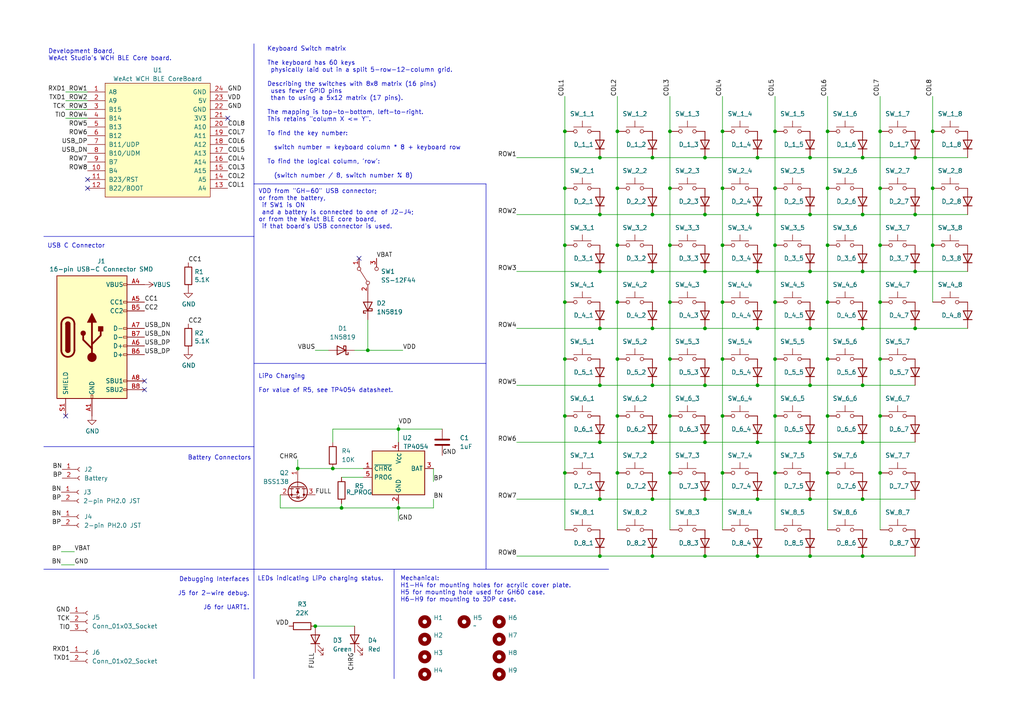
<source format=kicad_sch>
(kicad_sch (version 20231120) (generator "eeschema") (generator_version "8.0")
  (paper "A4")
  (title_block (title "WABBLE-60") (date "2024-06-27") (rev "2024.2") (company "Richard Goulter (github.com/rgoulter)") (comment 3 "Uses WeAct's BLE Core Board") (comment 4 "Keyboard PCB: 60 keys with logical 8x8 grid"))
  (junction (at 173.99 111.76))
  (junction (at 270.51 38.1))
  (junction (at 234.95 161.29))
  (junction (at 96.52 135.89))
  (junction (at 163.83 71.12))
  (junction (at 234.95 78.74))
  (junction (at 234.95 95.25))
  (junction (at 163.83 38.1))
  (junction (at 204.47 144.78))
  (junction (at 219.71 62.23))
  (junction (at 255.27 87.63))
  (junction (at 250.19 78.74))
  (junction (at 209.55 71.12))
  (junction (at 173.99 128.27))
  (junction (at 209.55 120.65))
  (junction (at 270.51 54.61))
  (junction (at 163.83 87.63))
  (junction (at 234.95 144.78))
  (junction (at 250.19 111.76))
  (junction (at 234.95 45.72))
  (junction (at 189.23 161.29))
  (junction (at 240.03 71.12))
  (junction (at 224.79 87.63))
  (junction (at 209.55 137.16))
  (junction (at 204.47 161.29))
  (junction (at 255.27 120.65))
  (junction (at 173.99 45.72))
  (junction (at 204.47 111.76))
  (junction (at 255.27 54.61))
  (junction (at 189.23 62.23))
  (junction (at 250.19 95.25))
  (junction (at 255.27 137.16))
  (junction (at 250.19 144.78))
  (junction (at 189.23 95.25))
  (junction (at 204.47 128.27))
  (junction (at 209.55 54.61))
  (junction (at 163.83 137.16))
  (junction (at 204.47 95.25))
  (junction (at 265.43 78.74))
  (junction (at 224.79 120.65))
  (junction (at 163.83 120.65))
  (junction (at 115.57 147.32))
  (junction (at 224.79 71.12))
  (junction (at 86.36 135.89))
  (junction (at 173.99 144.78))
  (junction (at 234.95 128.27))
  (junction (at 234.95 62.23))
  (junction (at 224.79 38.1))
  (junction (at 194.31 54.61))
  (junction (at 219.71 161.29))
  (junction (at 255.27 38.1))
  (junction (at 115.57 124.46))
  (junction (at 179.07 104.14))
  (junction (at 219.71 144.78))
  (junction (at 234.95 111.76))
  (junction (at 250.19 128.27))
  (junction (at 265.43 45.72))
  (junction (at 224.79 137.16))
  (junction (at 189.23 144.78))
  (junction (at 219.71 78.74))
  (junction (at 209.55 38.1))
  (junction (at 250.19 62.23))
  (junction (at 99.06 147.32))
  (junction (at 219.71 111.76))
  (junction (at 204.47 62.23))
  (junction (at 265.43 95.25))
  (junction (at 250.19 161.29))
  (junction (at 194.31 120.65))
  (junction (at 255.27 104.14))
  (junction (at 179.07 38.1))
  (junction (at 173.99 95.25))
  (junction (at 163.83 104.14))
  (junction (at 189.23 128.27))
  (junction (at 173.99 78.74))
  (junction (at 270.51 71.12))
  (junction (at 179.07 137.16))
  (junction (at 265.43 62.23))
  (junction (at 240.03 38.1))
  (junction (at 209.55 104.14))
  (junction (at 219.71 45.72))
  (junction (at 250.19 45.72))
  (junction (at 179.07 54.61))
  (junction (at 224.79 54.61))
  (junction (at 91.44 181.61))
  (junction (at 219.71 95.25))
  (junction (at 240.03 104.14))
  (junction (at 255.27 71.12))
  (junction (at 194.31 137.16))
  (junction (at 163.83 54.61))
  (junction (at 204.47 45.72))
  (junction (at 204.47 78.74))
  (junction (at 189.23 45.72))
  (junction (at 240.03 120.65))
  (junction (at 219.71 128.27))
  (junction (at 189.23 111.76))
  (junction (at 173.99 62.23))
  (junction (at 209.55 87.63))
  (junction (at 179.07 87.63))
  (junction (at 179.07 120.65))
  (junction (at 240.03 54.61))
  (junction (at 194.31 71.12))
  (junction (at 194.31 87.63))
  (junction (at 240.03 87.63))
  (junction (at 189.23 78.74))
  (junction (at 240.03 137.16))
  (junction (at 194.31 104.14))
  (junction (at 106.68 101.6))
  (junction (at 194.31 38.1))
  (junction (at 179.07 71.12))
  (junction (at 224.79 104.14))
  (junction (at 173.99 161.29))
  (no_connect (at 19.05 120.65))
  (no_connect (at 41.91 110.49))
  (no_connect (at 66.04 34.29))
  (no_connect (at 104.14 74.93))
  (no_connect (at 25.4 52.07))
  (no_connect (at 25.4 54.61))
  (no_connect (at 41.91 113.03))
  (wire (pts (xy 270.51 54.61) (xy 270.51 71.12)))
  (wire (pts (xy 224.79 38.1) (xy 224.79 54.61)))
  (wire (pts (xy 115.57 123.19) (xy 115.57 124.46)))
  (wire (pts (xy 219.71 128.27) (xy 204.47 128.27)))
  (wire (pts (xy 91.44 181.61) (xy 102.87 181.61)))
  (wire (pts (xy 179.07 137.16) (xy 179.07 153.67)))
  (wire (pts (xy 270.51 71.12) (xy 270.51 87.63)))
  (wire (pts (xy 194.31 54.61) (xy 194.31 71.12)))
  (wire (pts (xy 105.41 138.43) (xy 99.06 138.43)))
  (wire (pts (xy 265.43 144.78) (xy 250.19 144.78)))
  (wire (pts (xy 219.71 95.25) (xy 204.47 95.25)))
  (wire (pts (xy 209.55 104.14) (xy 209.55 120.65)))
  (wire (pts (xy 163.83 54.61) (xy 163.83 71.12)))
  (wire (pts (xy 179.07 54.61) (xy 179.07 71.12)))
  (polyline (pts (xy 73.66 129.54) (xy 73.66 165.1)))
  (wire (pts (xy 96.52 135.89) (xy 105.41 135.89)))
  (wire (pts (xy 17.78 163.83) (xy 21.59 163.83)))
  (wire (pts (xy 115.57 124.46) (xy 128.27 124.46)))
  (wire (pts (xy 255.27 38.1) (xy 255.27 54.61)))
  (wire (pts (xy 209.55 71.12) (xy 209.55 87.63)))
  (wire (pts (xy 234.95 78.74) (xy 250.19 78.74)))
  (wire (pts (xy 265.43 128.27) (xy 250.19 128.27)))
  (polyline (pts (xy 73.66 12.7) (xy 73.66 53.34)))
  (wire (pts (xy 265.43 111.76) (xy 250.19 111.76)))
  (wire (pts (xy 189.23 95.25) (xy 173.99 95.25)))
  (wire (pts (xy 204.47 111.76) (xy 189.23 111.76)))
  (wire (pts (xy 149.86 144.78) (xy 173.99 144.78)))
  (wire (pts (xy 179.07 87.63) (xy 179.07 104.14)))
  (polyline (pts (xy 73.66 53.34) (xy 73.66 68.58)))
  (polyline (pts (xy 140.97 165.1) (xy 176.53 165.1)))
  (polyline (pts (xy 73.66 105.41) (xy 140.97 105.41)))
  (wire (pts (xy 265.43 161.29) (xy 250.19 161.29)))
  (wire (pts (xy 106.68 101.6) (xy 106.68 92.71)))
  (wire (pts (xy 234.95 62.23) (xy 250.19 62.23)))
  (wire (pts (xy 234.95 62.23) (xy 219.71 62.23)))
  (wire (pts (xy 163.83 38.1) (xy 163.83 54.61)))
  (wire (pts (xy 194.31 87.63) (xy 194.31 104.14)))
  (wire (pts (xy 240.03 137.16) (xy 240.03 153.67)))
  (wire (pts (xy 173.99 62.23) (xy 189.23 62.23)))
  (wire (pts (xy 163.83 120.65) (xy 163.83 137.16)))
  (wire (pts (xy 19.05 26.67) (xy 25.4 26.67)))
  (polyline (pts (xy 73.66 68.58) (xy 12.7 68.58)))
  (wire (pts (xy 224.79 54.61) (xy 224.79 71.12)))
  (wire (pts (xy 280.67 95.25) (xy 265.43 95.25)))
  (wire (pts (xy 250.19 45.72) (xy 265.43 45.72)))
  (wire (pts (xy 250.19 128.27) (xy 234.95 128.27)))
  (wire (pts (xy 173.99 111.76) (xy 149.86 111.76)))
  (wire (pts (xy 255.27 104.14) (xy 255.27 120.65)))
  (wire (pts (xy 219.71 45.72) (xy 234.95 45.72)))
  (wire (pts (xy 179.07 38.1) (xy 179.07 54.61)))
  (polyline (pts (xy 73.66 68.58) (xy 73.66 129.54)))
  (wire (pts (xy 204.47 45.72) (xy 219.71 45.72)))
  (wire (pts (xy 189.23 111.76) (xy 173.99 111.76)))
  (wire (pts (xy 204.47 78.74) (xy 219.71 78.74)))
  (wire (pts (xy 204.47 62.23) (xy 219.71 62.23)))
  (wire (pts (xy 234.95 128.27) (xy 219.71 128.27)))
  (wire (pts (xy 204.47 128.27) (xy 189.23 128.27)))
  (wire (pts (xy 204.47 95.25) (xy 189.23 95.25)))
  (wire (pts (xy 102.87 101.6) (xy 106.68 101.6)))
  (wire (pts (xy 179.07 104.14) (xy 179.07 120.65)))
  (wire (pts (xy 204.47 161.29) (xy 189.23 161.29)))
  (wire (pts (xy 219.71 161.29) (xy 204.47 161.29)))
  (wire (pts (xy 209.55 87.63) (xy 209.55 104.14)))
  (wire (pts (xy 19.05 29.21) (xy 25.4 29.21)))
  (wire (pts (xy 179.07 120.65) (xy 179.07 137.16)))
  (wire (pts (xy 265.43 95.25) (xy 250.19 95.25)))
  (wire (pts (xy 250.19 62.23) (xy 265.43 62.23)))
  (wire (pts (xy 173.99 95.25) (xy 149.86 95.25)))
  (wire (pts (xy 99.06 147.32) (xy 115.57 147.32)))
  (wire (pts (xy 189.23 161.29) (xy 173.99 161.29)))
  (wire (pts (xy 115.57 124.46) (xy 96.52 124.46)))
  (wire (pts (xy 189.23 128.27) (xy 173.99 128.27)))
  (wire (pts (xy 240.03 27.94) (xy 240.03 38.1)))
  (wire (pts (xy 86.36 135.89) (xy 96.52 135.89)))
  (wire (pts (xy 194.31 137.16) (xy 194.31 153.67)))
  (wire (pts (xy 106.68 101.6) (xy 116.84 101.6)))
  (wire (pts (xy 209.55 27.94) (xy 209.55 38.1)))
  (wire (pts (xy 194.31 38.1) (xy 194.31 54.61)))
  (polyline (pts (xy 12.7 165.1) (xy 73.66 165.1)))
  (wire (pts (xy 255.27 27.94) (xy 255.27 38.1)))
  (wire (pts (xy 250.19 95.25) (xy 234.95 95.25)))
  (wire (pts (xy 179.07 27.94) (xy 179.07 38.1)))
  (wire (pts (xy 91.44 101.6) (xy 95.25 101.6)))
  (wire (pts (xy 240.03 87.63) (xy 240.03 104.14)))
  (wire (pts (xy 204.47 144.78) (xy 189.23 144.78)))
  (polyline (pts (xy 73.66 53.34) (xy 140.97 53.34)))
  (wire (pts (xy 19.05 34.29) (xy 25.4 34.29)))
  (wire (pts (xy 149.86 128.27) (xy 173.99 128.27)))
  (wire (pts (xy 219.71 144.78) (xy 204.47 144.78)))
  (wire (pts (xy 255.27 137.16) (xy 255.27 153.67)))
  (wire (pts (xy 96.52 124.46) (xy 96.52 128.27)))
  (wire (pts (xy 209.55 54.61) (xy 209.55 71.12)))
  (wire (pts (xy 255.27 54.61) (xy 255.27 71.12)))
  (wire (pts (xy 250.19 45.72) (xy 234.95 45.72)))
  (wire (pts (xy 163.83 71.12) (xy 163.83 87.63)))
  (wire (pts (xy 234.95 111.76) (xy 250.19 111.76)))
  (wire (pts (xy 234.95 111.76) (xy 219.71 111.76)))
  (wire (pts (xy 209.55 137.16) (xy 209.55 153.67)))
  (wire (pts (xy 250.19 161.29) (xy 234.95 161.29)))
  (wire (pts (xy 194.31 71.12) (xy 194.31 87.63)))
  (wire (pts (xy 240.03 71.12) (xy 240.03 87.63)))
  (wire (pts (xy 163.83 104.14) (xy 163.83 120.65)))
  (polyline (pts (xy 73.66 165.1) (xy 140.97 165.1)))
  (wire (pts (xy 81.28 147.32) (xy 81.28 143.51)))
  (wire (pts (xy 255.27 87.63) (xy 255.27 104.14)))
  (polyline (pts (xy 73.66 165.1) (xy 73.66 196.85)))
  (wire (pts (xy 125.73 135.89) (xy 125.73 139.7)))
  (wire (pts (xy 240.03 54.61) (xy 240.03 71.12)))
  (wire (pts (xy 224.79 104.14) (xy 224.79 120.65)))
  (wire (pts (xy 163.83 27.94) (xy 163.83 38.1)))
  (wire (pts (xy 224.79 137.16) (xy 224.79 153.67)))
  (wire (pts (xy 240.03 104.14) (xy 240.03 120.65)))
  (wire (pts (xy 81.28 147.32) (xy 99.06 147.32)))
  (wire (pts (xy 194.31 120.65) (xy 194.31 137.16)))
  (wire (pts (xy 19.05 31.75) (xy 25.4 31.75)))
  (wire (pts (xy 250.19 144.78) (xy 234.95 144.78)))
  (wire (pts (xy 209.55 120.65) (xy 209.55 137.16)))
  (wire (pts (xy 163.83 137.16) (xy 163.83 153.67)))
  (wire (pts (xy 115.57 147.32) (xy 125.73 147.32)))
  (wire (pts (xy 270.51 38.1) (xy 270.51 54.61)))
  (wire (pts (xy 86.36 133.35) (xy 86.36 135.89)))
  (polyline (pts (xy 140.97 53.34) (xy 140.97 165.1)))
  (wire (pts (xy 265.43 62.23) (xy 280.67 62.23)))
  (wire (pts (xy 189.23 45.72) (xy 204.47 45.72)))
  (wire (pts (xy 265.43 78.74) (xy 280.67 78.74)))
  (wire (pts (xy 219.71 78.74) (xy 234.95 78.74)))
  (wire (pts (xy 173.99 45.72) (xy 189.23 45.72)))
  (wire (pts (xy 265.43 45.72) (xy 280.67 45.72)))
  (wire (pts (xy 270.51 27.94) (xy 270.51 38.1)))
  (wire (pts (xy 250.19 78.74) (xy 265.43 78.74)))
  (wire (pts (xy 194.31 104.14) (xy 194.31 120.65)))
  (wire (pts (xy 234.95 144.78) (xy 219.71 144.78)))
  (wire (pts (xy 240.03 120.65) (xy 240.03 137.16)))
  (wire (pts (xy 209.55 38.1) (xy 209.55 54.61)))
  (wire (pts (xy 115.57 147.32) (xy 115.57 146.05)))
  (wire (pts (xy 240.03 38.1) (xy 240.03 54.61)))
  (wire (pts (xy 189.23 62.23) (xy 204.47 62.23)))
  (wire (pts (xy 219.71 111.76) (xy 204.47 111.76)))
  (polyline (pts (xy 73.66 129.54) (xy 12.7 129.54)))
  (wire (pts (xy 189.23 144.78) (xy 173.99 144.78)))
  (wire (pts (xy 173.99 78.74) (xy 149.86 78.74)))
  (wire (pts (xy 189.23 78.74) (xy 204.47 78.74)))
  (wire (pts (xy 125.73 144.78) (xy 125.73 147.32)))
  (wire (pts (xy 163.83 87.63) (xy 163.83 104.14)))
  (wire (pts (xy 173.99 62.23) (xy 149.86 62.23)))
  (wire (pts (xy 255.27 120.65) (xy 255.27 137.16)))
  (wire (pts (xy 173.99 45.72) (xy 149.86 45.72)))
  (wire (pts (xy 17.78 160.02) (xy 21.59 160.02)))
  (wire (pts (xy 234.95 161.29) (xy 219.71 161.29)))
  (polyline (pts (xy 114.3 165.1) (xy 114.3 196.85)))
  (wire (pts (xy 179.07 71.12) (xy 179.07 87.63)))
  (wire (pts (xy 194.31 27.94) (xy 194.31 38.1)))
  (wire (pts (xy 224.79 120.65) (xy 224.79 137.16)))
  (wire (pts (xy 234.95 95.25) (xy 219.71 95.25)))
  (wire (pts (xy 224.79 87.63) (xy 224.79 104.14)))
  (wire (pts (xy 99.06 146.05) (xy 99.06 147.32)))
  (wire (pts (xy 224.79 71.12) (xy 224.79 87.63)))
  (wire (pts (xy 255.27 71.12) (xy 255.27 87.63)))
  (wire (pts (xy 224.79 27.94) (xy 224.79 38.1)))
  (wire (pts (xy 115.57 147.32) (xy 115.57 151.13)))
  (wire (pts (xy 173.99 78.74) (xy 189.23 78.74)))
  (wire (pts (xy 149.86 161.29) (xy 173.99 161.29)))
  (wire (pts (xy 115.57 124.46) (xy 115.57 128.27)))
  (text "LiPo Charging\n\nFor value of R5, see TP4054 datasheet." (at 74.93 114.046 0) (effects (font (size 1.27 1.27)) (justify left bottom)))
  (text "Keyboard Switch matrix\n\nThe keyboard has 60 keys\n physically laid out in a split 5-row-12-column grid.\n\nDescribing the switches with 8x8 matrix (16 pins)\n uses fewer GPIO pins\n than to using a 5x12 matrix (17 pins).\n\nThe mapping is top-to-bottom, left-to-right.\nThis retains \"column X <= Y\".\n\nTo find the key number:\n\n  switch number = keyboard column * 8 + keyboard row\n\nTo find the logical column, 'row':\n\n  (switch number / 8, switch number % 8)" (at 77.47 51.816 0) (effects (font (size 1.27 1.27)) (justify left bottom)))
  (text "Debugging Interfaces\n\nJ5 for 2-wire debug.\n\nJ6 for UART1." (at 72.39 177.038 0) (effects (font (size 1.27 1.27)) (justify right bottom)))
  (text "LEDs indicating LiPo charging status." (at 74.676 168.656 0) (effects (font (size 1.27 1.27)) (justify left bottom)))
  (text "Battery Connectors" (at 72.898 133.604 0) (effects (font (size 1.27 1.27)) (justify right bottom)))
  (text "USB C Connector" (at 30.48 72.136 0) (effects (font (size 1.27 1.27)) (justify right bottom)))
  (text "VDD from \"GH-60\" USB connector;\nor from the battery,\n if SW1 is ON\n and a battery is connected to one of J2-J4;\nor from the WeAct BLE core board,\n if that board's USB connector is used." (at 74.93 66.548 0) (effects (font (size 1.27 1.27)) (justify left bottom)))
  (text "Development Board,\nWeAct Studio's WCH BLE Core board." (at 13.97 17.78 0) (effects (font (size 1.27 1.27)) (justify left bottom)))
  (text "Mechanical:\nH1-H4 for mounting holes for acrylic cover plate.\nH5 for mounting hole used for GH60 case.\nH6-H9 for mounting to 3DP case." (at 116.078 174.752 0) (effects (font (size 1.27 1.27)) (justify left bottom)))
  (label "FULL" (at 91.44 143.51 0))
  (label "COL8" (at 270.51 27.94 90))
  (label "USB_DP" (at 41.91 102.87 0))
  (label "ROW8" (at 149.86 161.29 180))
  (label "CC2" (at 54.61 93.98 0))
  (label "COL1" (at 163.83 27.94 90))
  (label "BP" (at 125.73 139.7 0))
  (label "COL3" (at 194.31 27.94 90))
  (label "ROW5" (at 149.86 111.76 180))
  (label "GND" (at 66.04 26.67 0))
  (label "CC1" (at 41.91 87.63 0))
  (label "ROW5" (at 25.4 36.83 180))
  (label "USB_DN" (at 25.4 44.45 180))
  (label "COL5" (at 224.79 27.94 90))
  (label "ROW3" (at 25.4 31.75 180))
  (label "VDD" (at 115.57 123.19 0))
  (label "ROW7" (at 149.86 144.78 180))
  (label "VBAT" (at 109.22 74.93 0))
  (label "RXD1" (at 19.05 26.67 180))
  (label "BP" (at 18.034 138.684 180))
  (label "VBAT" (at 21.59 160.02 0))
  (label "GND" (at 20.32 177.8 180))
  (label "COL1" (at 66.04 54.61 0))
  (label "VBUS" (at 91.44 101.6 180))
  (label "CHRG" (at 86.36 133.35 180))
  (label "TXD1" (at 20.32 191.77 180))
  (label "ROW3" (at 149.86 78.74 180))
  (label "TCK" (at 20.32 180.34 180))
  (label "COL4" (at 209.55 27.94 90))
  (label "ROW2" (at 149.86 62.23 180))
  (label "USB_DP" (at 25.4 41.91 180))
  (label "RXD1" (at 20.32 189.23 180))
  (label "ROW6" (at 25.4 39.37 180))
  (label "ROW2" (at 25.4 29.21 180))
  (label "TIO" (at 20.32 182.88 180))
  (label "COL7" (at 66.04 39.37 0))
  (label "BP" (at 17.78 152.4 180))
  (label "BP" (at 17.78 145.288 180))
  (label "COL4" (at 66.04 46.99 0))
  (label "GND" (at 128.27 132.08 0))
  (label "BN" (at 17.78 142.748 180))
  (label "ROW8" (at 25.4 49.53 180))
  (label "GND" (at 115.57 151.13 0))
  (label "USB_DN" (at 41.91 95.25 0))
  (label "FULL" (at 91.44 189.23 270))
  (label "USB_DN" (at 41.91 97.79 0))
  (label "CC2" (at 41.91 90.17 0))
  (label "ROW1" (at 25.4 26.67 180))
  (label "VDD" (at 83.82 181.61 180))
  (label "CC1" (at 54.61 76.2 0))
  (label "TCK" (at 19.05 31.75 180))
  (label "VDD" (at 116.84 101.6 0))
  (label "BN" (at 18.034 136.144 180))
  (label "COL2" (at 66.04 52.07 0))
  (label "GND" (at 66.04 31.75 0))
  (label "COL6" (at 66.04 41.91 0))
  (label "CHRG" (at 102.87 189.23 270))
  (label "ROW4" (at 25.4 34.29 180))
  (label "BN" (at 125.73 144.78 0))
  (label "GND" (at 21.59 163.83 0))
  (label "ROW7" (at 25.4 46.99 180))
  (label "TXD1" (at 19.05 29.21 180))
  (label "COL3" (at 66.04 49.53 0))
  (label "VDD" (at 66.04 29.21 0))
  (label "ROW4" (at 149.86 95.25 180))
  (label "USB_DP" (at 41.91 100.33 0))
  (label "ROW6" (at 149.86 128.27 180))
  (label "TIO" (at 19.05 34.29 180))
  (label "COL5" (at 66.04 44.45 0))
  (label "ROW1" (at 149.86 45.72 180))
  (label "BP" (at 17.78 160.02 180))
  (label "COL8" (at 66.04 36.83 0))
  (label "COL2" (at 179.07 27.94 90))
  (label "COL6" (at 240.03 27.94 90))
  (label "BN" (at 17.78 149.86 180))
  (label "BN" (at 17.78 163.83 180))
  (label "COL7" (at 255.27 27.94 90))
  (symbol (lib_id "Switch:SW_Push") (at 168.91 38.1 0) (unit 1)
    (property "Reference" "SW_1_1" (at 168.91 33.02 0))
    (property "Value" "MX-compatible" (effects (hide yes)))
    (property "Footprint" "ProjectLocal:SW_Cherry_MX_PCB_1.00u_BSilkRef" (effects (hide yes)))
    (property "Description" "Mechanical Keyboard Switch" (effects (hide yes)))
  )
  (symbol (lib_id "Mechanical:MountingHole") (at 123.19 180.34 0) (unit 1)
    (property "Reference" "H1" (at 125.73 179.1716 0) (effects (justify left)))
    (property "Value" "M2 16mm Spacer" (effects (hide yes)))
    (property "Footprint" "MountingHole:MountingHole_2.2mm_M2_DIN965_Pad" (effects (hide yes)))
    (property "Description" "Acrylic Cover Mounting Hole" (effects (hide yes)))
  )
  (symbol (lib_id "Mechanical:MountingHole") (at 123.19 185.42 0) (unit 1)
    (property "Reference" "H2" (at 125.73 184.2516 0) (effects (justify left)))
    (property "Value" "M2 16mm Spacer" (effects (hide yes)))
    (property "Footprint" "MountingHole:MountingHole_2.2mm_M2_DIN965_Pad" (effects (hide yes)))
    (property "Description" "Acrylic Cover Mounting Hole" (effects (hide yes)))
  )
  (symbol (lib_id "Mechanical:MountingHole") (at 123.19 190.5 0) (unit 1)
    (property "Reference" "H3" (at 125.73 189.3316 0) (effects (justify left)))
    (property "Value" "M2 16mm Spacer" (effects (hide yes)))
    (property "Footprint" "MountingHole:MountingHole_2.2mm_M2_DIN965_Pad" (effects (hide yes)))
    (property "Description" "Acrylic Cover Mounting Hole" (effects (hide yes)))
  )
  (symbol (lib_id "Mechanical:MountingHole") (at 123.19 195.58 0) (unit 1)
    (property "Reference" "H4" (at 125.73 194.4116 0) (effects (justify left)))
    (property "Value" "M2 16mm Spacer" (effects (hide yes)))
    (property "Footprint" "MountingHole:MountingHole_2.2mm_M2_DIN965_Pad" (effects (hide yes)))
    (property "Description" "Acrylic Cover Mounting Hole" (effects (hide yes)))
  )
  (symbol (lib_id "Mechanical:MountingHole") (at 134.62 180.34 0) (unit 1)
    (property "Reference" "H5" (at 137.16 179.1716 0) (effects (justify left)))
    (property "Value" "~" (at 137.16 181.483 0) (effects (justify left)))
    (property "Footprint" "ProjectLocal:H_M2_Spacer_Hole" (effects (hide yes)))
    (property "Description" "GH-60 Case Mounting Hole" (effects (hide yes)))
  )
  (symbol (lib_id "Connector:USB_C_Receptacle_USB2.0") (at 26.67 97.79 0) (unit 1)
    (property "Reference" "J1" (at 29.3878 75.7682 0))
    (property "Value" "16-pin USB-C Connector SMD" (at 29.3878 78.0796 0))
    (property "Footprint" "Connector_USB:USB_C_Receptacle_XKB_U262-16XN-4BVC11" (effects (hide yes)))
    (property "Datasheet" "https://www.usb.org/sites/default/files/documents/usb_type-c.zip" (effects (hide yes)))
    (property "Description" "USB-C Connector" (effects (hide yes)))
  )
  (symbol (lib_id "Device:R") (at 54.61 80.01 0) (unit 1)
    (property "Reference" "R1" (at 56.388 78.8416 0) (effects (justify left)))
    (property "Value" "5.1K" (at 56.388 81.153 0) (effects (justify left)))
    (property "Footprint" "ProjectLocal:Resistor-Hybrid" (effects (hide yes)))
    (property "Description" "Resistor (1/4W through-hole, or 0805)" (effects (hide yes)))
  )
  (symbol (lib_id "Device:R") (at 54.61 97.79 0) (unit 1)
    (property "Reference" "R2" (at 56.388 96.6216 0) (effects (justify left)))
    (property "Value" "5.1K" (at 56.388 98.933 0) (effects (justify left)))
    (property "Footprint" "ProjectLocal:Resistor-Hybrid" (effects (hide yes)))
    (property "Description" "Resistor (1/4W through-hole, or 0805)" (effects (hide yes)))
  )
  (symbol (lib_id "power:GND") (at 26.67 120.65 0) (unit 1)
    (property "Reference" "#PWR0101" (effects (hide yes)))
    (property "Value" "GND" (at 26.797 125.0442 0))
  )
  (symbol (lib_id "power:VBUS") (at 41.91 82.55 270) (unit 1)
    (property "Reference" "#PWR0102" (effects (hide yes)))
    (property "Value" "VBUS" (at 46.99 82.55 90))
  )
  (symbol (lib_id "power:GND") (at 54.61 83.82 0) (unit 1)
    (property "Reference" "#PWR0104" (effects (hide yes)))
    (property "Value" "GND" (at 54.737 88.2142 0))
  )
  (symbol (lib_id "power:GND") (at 54.61 101.6 0) (unit 1)
    (property "Reference" "#PWR0105" (effects (hide yes)))
    (property "Value" "GND" (at 54.737 105.9942 0))
  )
  (symbol (lib_id "Device:D") (at 173.99 41.91 90) (unit 1)
    (property "Reference" "D_1_1" (at 166.37 41.91 90) (effects (justify right)))
    (property "Value" "1N4148" (effects (hide yes)))
    (property "Footprint" "ProjectLocal:Diode-dual" (effects (hide yes)))
    (property "Description" "Diode (Through-hole or 0805)" (effects (hide yes)))
  )
  (symbol (lib_id "Switch:SW_Push") (at 184.15 38.1 0) (unit 1)
    (property "Reference" "SW_1_2" (at 184.15 33.02 0))
    (property "Value" "MX-compatible" (effects (hide yes)))
    (property "Footprint" "ProjectLocal:SW_Cherry_MX_PCB_1.00u_BSilkRef" (effects (hide yes)))
    (property "Description" "Mechanical Keyboard Switch" (effects (hide yes)))
  )
  (symbol (lib_id "Device:D") (at 189.23 41.91 90) (unit 1)
    (property "Reference" "D_1_2" (at 181.61 41.91 90) (effects (justify right)))
    (property "Value" "1N4148" (effects (hide yes)))
    (property "Footprint" "ProjectLocal:Diode-dual" (effects (hide yes)))
    (property "Description" "Diode (Through-hole or 0805)" (effects (hide yes)))
  )
  (symbol (lib_id "Switch:SW_Push") (at 199.39 38.1 0) (unit 1)
    (property "Reference" "SW_1_3" (at 199.39 33.02 0))
    (property "Value" "MX-compatible" (effects (hide yes)))
    (property "Footprint" "ProjectLocal:SW_Cherry_MX_PCB_1.00u_BSilkRef" (effects (hide yes)))
    (property "Description" "Mechanical Keyboard Switch" (effects (hide yes)))
  )
  (symbol (lib_id "Switch:SW_Push") (at 214.63 38.1 0) (unit 1)
    (property "Reference" "SW_1_4" (at 214.63 33.02 0))
    (property "Value" "MX-compatible" (effects (hide yes)))
    (property "Footprint" "ProjectLocal:SW_Cherry_MX_PCB_1.00u_BSilkRef" (effects (hide yes)))
    (property "Description" "Mechanical Keyboard Switch" (effects (hide yes)))
  )
  (symbol (lib_id "Switch:SW_Push") (at 229.87 38.1 0) (unit 1)
    (property "Reference" "SW_1_5" (at 229.87 33.02 0))
    (property "Value" "MX-compatible" (effects (hide yes)))
    (property "Footprint" "ProjectLocal:SW_Cherry_MX_PCB_1.00u_BSilkRef" (effects (hide yes)))
    (property "Description" "Mechanical Keyboard Switch" (effects (hide yes)))
  )
  (symbol (lib_id "Switch:SW_Push") (at 245.11 38.1 0) (unit 1)
    (property "Reference" "SW_1_6" (at 245.11 33.02 0))
    (property "Value" "MX-compatible" (effects (hide yes)))
    (property "Footprint" "ProjectLocal:SW_Cherry_MX_PCB_1.00u_BSilkRef" (effects (hide yes)))
    (property "Description" "Mechanical Keyboard Switch" (effects (hide yes)))
  )
  (symbol (lib_id "Switch:SW_Push") (at 260.35 38.1 0) (unit 1)
    (property "Reference" "SW_1_7" (at 260.35 33.02 0))
    (property "Value" "MX-compatible" (effects (hide yes)))
    (property "Footprint" "ProjectLocal:SW_Cherry_MX_PCB_1.00u_BSilkRef" (effects (hide yes)))
    (property "Description" "Mechanical Keyboard Switch" (effects (hide yes)))
  )
  (symbol (lib_id "Switch:SW_Push") (at 275.59 38.1 0) (unit 1)
    (property "Reference" "SW_1_8" (at 275.59 33.02 0))
    (property "Value" "MX-compatible" (effects (hide yes)))
    (property "Footprint" "ProjectLocal:SW_Cherry_MX_PCB_1.00u_BSilkRef" (effects (hide yes)))
    (property "Description" "Mechanical Keyboard Switch" (effects (hide yes)))
  )
  (symbol (lib_id "Switch:SW_Push") (at 168.91 54.61 0) (unit 1)
    (property "Reference" "SW_2_1" (at 168.91 49.53 0))
    (property "Value" "MX-compatible" (effects (hide yes)))
    (property "Footprint" "ProjectLocal:SW_Cherry_MX_PCB_1.00u_BSilkRef" (effects (hide yes)))
    (property "Description" "Mechanical Keyboard Switch" (effects (hide yes)))
  )
  (symbol (lib_id "Device:D") (at 173.99 58.42 90) (unit 1)
    (property "Reference" "D_2_1" (at 166.37 58.42 90) (effects (justify right)))
    (property "Value" "1N4148" (effects (hide yes)))
    (property "Footprint" "ProjectLocal:Diode-dual" (effects (hide yes)))
    (property "Description" "Diode (Through-hole or 0805)" (effects (hide yes)))
  )
  (symbol (lib_id "Switch:SW_Push") (at 168.91 71.12 0) (unit 1)
    (property "Reference" "SW_3_1" (at 168.91 66.04 0))
    (property "Value" "MX-compatible" (effects (hide yes)))
    (property "Footprint" "ProjectLocal:SW_Cherry_MX_PCB_1.00u_BSilkRef" (effects (hide yes)))
    (property "Description" "Mechanical Keyboard Switch" (effects (hide yes)))
  )
  (symbol (lib_id "Device:D") (at 173.99 74.93 90) (unit 1)
    (property "Reference" "D_3_1" (at 166.37 74.93 90) (effects (justify right)))
    (property "Value" "1N4148" (effects (hide yes)))
    (property "Footprint" "ProjectLocal:Diode-dual" (effects (hide yes)))
    (property "Description" "Diode (Through-hole or 0805)" (effects (hide yes)))
  )
  (symbol (lib_id "Switch:SW_Push") (at 168.91 87.63 0) (unit 1)
    (property "Reference" "SW_4_1" (at 168.91 82.55 0))
    (property "Value" "MX-compatible" (effects (hide yes)))
    (property "Footprint" "ProjectLocal:SW_Cherry_MX_PCB_1.00u_BSilkRef" (effects (hide yes)))
    (property "Description" "Mechanical Keyboard Switch" (effects (hide yes)))
  )
  (symbol (lib_id "Device:D") (at 173.99 91.44 90) (unit 1)
    (property "Reference" "D_4_1" (at 166.37 91.44 90) (effects (justify right)))
    (property "Value" "1N4148" (effects (hide yes)))
    (property "Footprint" "ProjectLocal:Diode-dual" (effects (hide yes)))
    (property "Description" "Diode (Through-hole or 0805)" (effects (hide yes)))
  )
  (symbol (lib_id "Switch:SW_Push") (at 168.91 104.14 0) (unit 1)
    (property "Reference" "SW_5_1" (at 168.91 99.06 0))
    (property "Value" "MX-compatible" (effects (hide yes)))
    (property "Footprint" "ProjectLocal:SW_Cherry_MX_PCB_1.00u_BSilkRef" (effects (hide yes)))
    (property "Description" "Mechanical Keyboard Switch" (effects (hide yes)))
  )
  (symbol (lib_id "Device:D") (at 173.99 107.95 90) (unit 1)
    (property "Reference" "D_5_1" (at 166.37 107.95 90) (effects (justify right)))
    (property "Value" "1N4148" (effects (hide yes)))
    (property "Footprint" "ProjectLocal:Diode-dual" (effects (hide yes)))
    (property "Description" "Diode (Through-hole or 0805)" (effects (hide yes)))
  )
  (symbol (lib_id "Switch:SW_Push") (at 184.15 54.61 0) (unit 1)
    (property "Reference" "SW_2_2" (at 184.15 49.53 0))
    (property "Value" "MX-compatible" (effects (hide yes)))
    (property "Footprint" "ProjectLocal:SW_Cherry_MX_PCB_1.00u_BSilkRef" (effects (hide yes)))
    (property "Description" "Mechanical Keyboard Switch" (effects (hide yes)))
  )
  (symbol (lib_id "Switch:SW_Push") (at 199.39 54.61 0) (unit 1)
    (property "Reference" "SW_2_3" (at 199.39 49.53 0))
    (property "Value" "MX-compatible" (effects (hide yes)))
    (property "Footprint" "ProjectLocal:SW_Cherry_MX_PCB_1.00u_BSilkRef" (effects (hide yes)))
    (property "Description" "Mechanical Keyboard Switch" (effects (hide yes)))
  )
  (symbol (lib_id "Switch:SW_Push") (at 214.63 54.61 0) (unit 1)
    (property "Reference" "SW_2_4" (at 214.63 49.53 0))
    (property "Value" "MX-compatible" (effects (hide yes)))
    (property "Footprint" "ProjectLocal:SW_Cherry_MX_PCB_1.00u_BSilkRef" (effects (hide yes)))
    (property "Description" "Mechanical Keyboard Switch" (effects (hide yes)))
  )
  (symbol (lib_id "Switch:SW_Push") (at 229.87 54.61 0) (unit 1)
    (property "Reference" "SW_2_5" (at 229.87 49.53 0))
    (property "Value" "MX-compatible" (effects (hide yes)))
    (property "Footprint" "ProjectLocal:SW_Cherry_MX_PCB_1.00u_BSilkRef" (effects (hide yes)))
    (property "Description" "Mechanical Keyboard Switch" (effects (hide yes)))
  )
  (symbol (lib_id "Switch:SW_Push") (at 245.11 54.61 0) (unit 1)
    (property "Reference" "SW_2_6" (at 245.11 49.53 0))
    (property "Value" "MX-compatible" (effects (hide yes)))
    (property "Footprint" "ProjectLocal:SW_Cherry_MX_PCB_1.00u_BSilkRef" (effects (hide yes)))
    (property "Description" "Mechanical Keyboard Switch" (effects (hide yes)))
  )
  (symbol (lib_id "Switch:SW_Push") (at 260.35 54.61 0) (unit 1)
    (property "Reference" "SW_2_7" (at 260.35 49.53 0))
    (property "Value" "MX-compatible" (effects (hide yes)))
    (property "Footprint" "ProjectLocal:SW_Cherry_MX_PCB_1.00u_BSilkRef" (effects (hide yes)))
    (property "Description" "Mechanical Keyboard Switch" (effects (hide yes)))
  )
  (symbol (lib_id "Switch:SW_Push") (at 275.59 54.61 0) (unit 1)
    (property "Reference" "SW_2_8" (at 275.59 49.53 0))
    (property "Value" "MX-compatible" (effects (hide yes)))
    (property "Footprint" "ProjectLocal:SW_Cherry_MX_PCB_1.00u_BSilkRef" (effects (hide yes)))
    (property "Description" "Mechanical Keyboard Switch" (effects (hide yes)))
  )
  (symbol (lib_id "Switch:SW_Push") (at 184.15 71.12 0) (unit 1)
    (property "Reference" "SW_3_2" (at 184.15 66.04 0))
    (property "Value" "MX-compatible" (effects (hide yes)))
    (property "Footprint" "ProjectLocal:SW_Cherry_MX_PCB_1.00u_BSilkRef" (effects (hide yes)))
    (property "Description" "Mechanical Keyboard Switch" (effects (hide yes)))
  )
  (symbol (lib_id "Switch:SW_Push") (at 199.39 71.12 0) (unit 1)
    (property "Reference" "SW_3_3" (at 199.39 66.04 0))
    (property "Value" "MX-compatible" (effects (hide yes)))
    (property "Footprint" "ProjectLocal:SW_Cherry_MX_PCB_1.00u_BSilkRef" (effects (hide yes)))
    (property "Description" "Mechanical Keyboard Switch" (effects (hide yes)))
  )
  (symbol (lib_id "Switch:SW_Push") (at 214.63 71.12 0) (unit 1)
    (property "Reference" "SW_3_4" (at 214.63 66.04 0))
    (property "Value" "MX-compatible" (effects (hide yes)))
    (property "Footprint" "ProjectLocal:SW_Cherry_MX_PCB_1.00u_BSilkRef" (effects (hide yes)))
    (property "Description" "Mechanical Keyboard Switch" (effects (hide yes)))
  )
  (symbol (lib_id "Switch:SW_Push") (at 229.87 71.12 0) (unit 1)
    (property "Reference" "SW_3_5" (at 229.87 66.04 0))
    (property "Value" "MX-compatible" (effects (hide yes)))
    (property "Footprint" "ProjectLocal:SW_Cherry_MX_PCB_1.00u_BSilkRef" (effects (hide yes)))
    (property "Description" "Mechanical Keyboard Switch" (effects (hide yes)))
  )
  (symbol (lib_id "Switch:SW_Push") (at 245.11 71.12 0) (unit 1)
    (property "Reference" "SW_3_6" (at 245.11 66.04 0))
    (property "Value" "MX-compatible" (effects (hide yes)))
    (property "Footprint" "ProjectLocal:SW_Cherry_MX_PCB_1.00u_BSilkRef" (effects (hide yes)))
    (property "Description" "Mechanical Keyboard Switch" (effects (hide yes)))
  )
  (symbol (lib_id "Switch:SW_Push") (at 260.35 71.12 0) (unit 1)
    (property "Reference" "SW_3_7" (at 260.35 66.04 0))
    (property "Value" "MX-compatible" (effects (hide yes)))
    (property "Footprint" "ProjectLocal:SW_Cherry_MX_PCB_1.00u_BSilkRef" (effects (hide yes)))
    (property "Description" "Mechanical Keyboard Switch" (effects (hide yes)))
  )
  (symbol (lib_id "Switch:SW_Push") (at 275.59 71.12 0) (unit 1)
    (property "Reference" "SW_3_8" (at 275.59 66.04 0))
    (property "Value" "MX-compatible" (effects (hide yes)))
    (property "Footprint" "ProjectLocal:SW_Cherry_MX_PCB_1.00u_BSilkRef" (effects (hide yes)))
    (property "Description" "Mechanical Keyboard Switch" (effects (hide yes)))
  )
  (symbol (lib_id "Switch:SW_Push") (at 184.15 87.63 0) (unit 1)
    (property "Reference" "SW_4_2" (at 184.15 82.55 0))
    (property "Value" "MX-compatible" (effects (hide yes)))
    (property "Footprint" "ProjectLocal:SW_Cherry_MX_PCB_1.00u_BSilkRef" (effects (hide yes)))
    (property "Description" "Mechanical Keyboard Switch" (effects (hide yes)))
  )
  (symbol (lib_id "Switch:SW_Push") (at 199.39 87.63 0) (unit 1)
    (property "Reference" "SW_4_3" (at 199.39 82.55 0))
    (property "Value" "MX-compatible" (effects (hide yes)))
    (property "Footprint" "ProjectLocal:SW_Cherry_MX_PCB_1.00u_BSilkRef" (effects (hide yes)))
    (property "Description" "Mechanical Keyboard Switch" (effects (hide yes)))
  )
  (symbol (lib_id "Switch:SW_Push") (at 214.63 87.63 0) (unit 1)
    (property "Reference" "SW_4_4" (at 214.63 82.55 0))
    (property "Value" "MX-compatible" (effects (hide yes)))
    (property "Footprint" "ProjectLocal:SW_Cherry_MX_PCB_1.00u_BSilkRef" (effects (hide yes)))
    (property "Description" "Mechanical Keyboard Switch" (effects (hide yes)))
  )
  (symbol (lib_id "Switch:SW_Push") (at 229.87 87.63 0) (unit 1)
    (property "Reference" "SW_4_5" (at 229.87 82.55 0))
    (property "Value" "MX-compatible" (effects (hide yes)))
    (property "Footprint" "ProjectLocal:SW_Cherry_MX_PCB_1.00u_BSilkRef" (effects (hide yes)))
    (property "Description" "Mechanical Keyboard Switch" (effects (hide yes)))
  )
  (symbol (lib_id "Switch:SW_Push") (at 245.11 87.63 0) (unit 1)
    (property "Reference" "SW_4_6" (at 245.11 82.55 0))
    (property "Value" "MX-compatible" (effects (hide yes)))
    (property "Footprint" "ProjectLocal:SW_Cherry_MX_PCB_1.00u_BSilkRef" (effects (hide yes)))
    (property "Description" "Mechanical Keyboard Switch" (effects (hide yes)))
  )
  (symbol (lib_id "Switch:SW_Push") (at 260.35 87.63 0) (unit 1)
    (property "Reference" "SW_4_7" (at 260.35 82.55 0))
    (property "Value" "MX-compatible" (effects (hide yes)))
    (property "Footprint" "ProjectLocal:SW_Cherry_MX_PCB_1.00u_BSilkRef" (effects (hide yes)))
    (property "Description" "Mechanical Keyboard Switch" (effects (hide yes)))
  )
  (symbol (lib_id "Switch:SW_Push") (at 275.59 87.63 0) (unit 1)
    (property "Reference" "SW_4_8" (at 275.59 82.55 0))
    (property "Value" "MX-compatible" (effects (hide yes)))
    (property "Footprint" "ProjectLocal:SW_Cherry_MX_PCB_1.00u_BSilkRef" (effects (hide yes)))
    (property "Description" "Mechanical Keyboard Switch" (effects (hide yes)))
  )
  (symbol (lib_id "Switch:SW_Push") (at 184.15 104.14 0) (unit 1)
    (property "Reference" "SW_5_2" (at 184.15 99.06 0))
    (property "Value" "MX-compatible" (effects (hide yes)))
    (property "Footprint" "ProjectLocal:SW_Cherry_MX_PCB_1.00u_BSilkRef" (effects (hide yes)))
    (property "Description" "Mechanical Keyboard Switch" (effects (hide yes)))
  )
  (symbol (lib_id "Switch:SW_Push") (at 199.39 104.14 0) (unit 1)
    (property "Reference" "SW_5_3" (at 199.39 99.06 0))
    (property "Value" "MX-compatible" (effects (hide yes)))
    (property "Footprint" "ProjectLocal:SW_Cherry_MX_PCB_1.00u_BSilkRef" (effects (hide yes)))
    (property "Description" "Mechanical Keyboard Switch" (effects (hide yes)))
  )
  (symbol (lib_id "Switch:SW_Push") (at 214.63 104.14 0) (unit 1)
    (property "Reference" "SW_5_4" (at 214.63 99.06 0))
    (property "Value" "MX-compatible" (effects (hide yes)))
    (property "Footprint" "ProjectLocal:SW_Cherry_MX_PCB_1.00u_BSilkRef" (effects (hide yes)))
    (property "Description" "Mechanical Keyboard Switch" (effects (hide yes)))
  )
  (symbol (lib_id "Switch:SW_Push") (at 229.87 104.14 0) (unit 1)
    (property "Reference" "SW_5_5" (at 229.87 99.06 0))
    (property "Value" "MX-compatible" (effects (hide yes)))
    (property "Footprint" "ProjectLocal:SW_Cherry_MX_PCB_1.00u_BSilkRef" (effects (hide yes)))
    (property "Description" "Mechanical Keyboard Switch" (effects (hide yes)))
  )
  (symbol (lib_id "Switch:SW_Push") (at 245.11 104.14 0) (unit 1)
    (property "Reference" "SW_5_6" (at 245.11 99.06 0))
    (property "Value" "MX-compatible" (effects (hide yes)))
    (property "Footprint" "ProjectLocal:SW_Cherry_MX_PCB_1.00u_BSilkRef" (effects (hide yes)))
    (property "Description" "Mechanical Keyboard Switch" (effects (hide yes)))
  )
  (symbol (lib_id "Switch:SW_Push") (at 260.35 104.14 0) (unit 1)
    (property "Reference" "SW_5_7" (at 260.35 99.06 0))
    (property "Value" "MX-compatible" (effects (hide yes)))
    (property "Footprint" "ProjectLocal:SW_Cherry_MX_PCB_1.00u_BSilkRef" (effects (hide yes)))
    (property "Description" "Mechanical Keyboard Switch" (effects (hide yes)))
  )
  (symbol (lib_id "Device:D") (at 204.47 41.91 90) (unit 1)
    (property "Reference" "D_1_3" (at 196.85 41.91 90) (effects (justify right)))
    (property "Value" "1N4148" (effects (hide yes)))
    (property "Footprint" "ProjectLocal:Diode-dual" (effects (hide yes)))
    (property "Description" "Diode (Through-hole or 0805)" (effects (hide yes)))
  )
  (symbol (lib_id "Device:D") (at 219.71 41.91 90) (unit 1)
    (property "Reference" "D_1_4" (at 212.09 41.91 90) (effects (justify right)))
    (property "Value" "1N4148" (effects (hide yes)))
    (property "Footprint" "ProjectLocal:Diode-dual" (effects (hide yes)))
    (property "Description" "Diode (Through-hole or 0805)" (effects (hide yes)))
  )
  (symbol (lib_id "Device:D") (at 234.95 41.91 90) (unit 1)
    (property "Reference" "D_1_5" (at 227.33 41.91 90) (effects (justify right)))
    (property "Value" "1N4148" (effects (hide yes)))
    (property "Footprint" "ProjectLocal:Diode-dual" (effects (hide yes)))
    (property "Description" "Diode (Through-hole or 0805)" (effects (hide yes)))
  )
  (symbol (lib_id "Device:D") (at 250.19 41.91 90) (unit 1)
    (property "Reference" "D_1_6" (at 242.57 41.91 90) (effects (justify right)))
    (property "Value" "1N4148" (effects (hide yes)))
    (property "Footprint" "ProjectLocal:Diode-dual" (effects (hide yes)))
    (property "Description" "Diode (Through-hole or 0805)" (effects (hide yes)))
  )
  (symbol (lib_id "Device:D") (at 265.43 41.91 90) (unit 1)
    (property "Reference" "D_1_7" (at 257.81 41.91 90) (effects (justify right)))
    (property "Value" "1N4148" (effects (hide yes)))
    (property "Footprint" "ProjectLocal:Diode-dual" (effects (hide yes)))
    (property "Description" "Diode (Through-hole or 0805)" (effects (hide yes)))
  )
  (symbol (lib_id "Device:D") (at 280.67 41.91 90) (unit 1)
    (property "Reference" "D_1_8" (at 273.05 41.91 90) (effects (justify right)))
    (property "Value" "1N4148" (effects (hide yes)))
    (property "Footprint" "ProjectLocal:Diode-dual" (effects (hide yes)))
    (property "Description" "Diode (Through-hole or 0805)" (effects (hide yes)))
  )
  (symbol (lib_id "Device:D") (at 250.19 58.42 90) (unit 1)
    (property "Reference" "D_2_6" (at 242.57 58.42 90) (effects (justify right)))
    (property "Value" "1N4148" (effects (hide yes)))
    (property "Footprint" "ProjectLocal:Diode-dual" (effects (hide yes)))
    (property "Description" "Diode (Through-hole or 0805)" (effects (hide yes)))
  )
  (symbol (lib_id "Device:D") (at 250.19 74.93 90) (unit 1)
    (property "Reference" "D_3_6" (at 242.57 74.93 90) (effects (justify right)))
    (property "Value" "1N4148" (effects (hide yes)))
    (property "Footprint" "ProjectLocal:Diode-dual" (effects (hide yes)))
    (property "Description" "Diode (Through-hole or 0805)" (effects (hide yes)))
  )
  (symbol (lib_id "Device:D") (at 250.19 91.44 90) (unit 1)
    (property "Reference" "D_4_6" (at 242.57 91.44 90) (effects (justify right)))
    (property "Value" "1N4148" (effects (hide yes)))
    (property "Footprint" "ProjectLocal:Diode-dual" (effects (hide yes)))
    (property "Description" "Diode (Through-hole or 0805)" (effects (hide yes)))
  )
  (symbol (lib_id "Device:D") (at 189.23 107.95 90) (unit 1)
    (property "Reference" "D_5_2" (at 181.61 107.95 90) (effects (justify right)))
    (property "Value" "1N4148" (effects (hide yes)))
    (property "Footprint" "ProjectLocal:Diode-dual" (effects (hide yes)))
    (property "Description" "Diode (Through-hole or 0805)" (effects (hide yes)))
  )
  (symbol (lib_id "Device:D") (at 204.47 107.95 90) (unit 1)
    (property "Reference" "D_5_3" (at 196.85 107.95 90) (effects (justify right)))
    (property "Value" "1N4148" (effects (hide yes)))
    (property "Footprint" "ProjectLocal:Diode-dual" (effects (hide yes)))
    (property "Description" "Diode (Through-hole or 0805)" (effects (hide yes)))
  )
  (symbol (lib_id "Device:D") (at 219.71 107.95 90) (unit 1)
    (property "Reference" "D_5_4" (at 212.09 107.95 90) (effects (justify right)))
    (property "Value" "1N4148" (effects (hide yes)))
    (property "Footprint" "ProjectLocal:Diode-dual" (effects (hide yes)))
    (property "Description" "Diode (Through-hole or 0805)" (effects (hide yes)))
  )
  (symbol (lib_id "Device:D") (at 234.95 107.95 90) (unit 1)
    (property "Reference" "D_5_5" (at 227.33 107.95 90) (effects (justify right)))
    (property "Value" "1N4148" (effects (hide yes)))
    (property "Footprint" "ProjectLocal:Diode-dual" (effects (hide yes)))
    (property "Description" "Diode (Through-hole or 0805)" (effects (hide yes)))
  )
  (symbol (lib_id "Device:D") (at 250.19 107.95 90) (unit 1)
    (property "Reference" "D_5_6" (at 242.57 107.95 90) (effects (justify right)))
    (property "Value" "1N4148" (effects (hide yes)))
    (property "Footprint" "ProjectLocal:Diode-dual" (effects (hide yes)))
    (property "Description" "Diode (Through-hole or 0805)" (effects (hide yes)))
  )
  (symbol (lib_id "Device:D") (at 265.43 58.42 90) (unit 1)
    (property "Reference" "D_2_7" (at 257.81 58.42 90) (effects (justify right)))
    (property "Value" "1N4148" (effects (hide yes)))
    (property "Footprint" "ProjectLocal:Diode-dual" (effects (hide yes)))
    (property "Description" "Diode (Through-hole or 0805)" (effects (hide yes)))
  )
  (symbol (lib_id "Device:D") (at 280.67 58.42 90) (unit 1)
    (property "Reference" "D_2_8" (at 273.05 58.42 90) (effects (justify right)))
    (property "Value" "1N4148" (effects (hide yes)))
    (property "Footprint" "ProjectLocal:Diode-dual" (effects (hide yes)))
    (property "Description" "Diode (Through-hole or 0805)" (effects (hide yes)))
  )
  (symbol (lib_id "Device:D") (at 265.43 74.93 90) (unit 1)
    (property "Reference" "D_3_7" (at 257.81 74.93 90) (effects (justify right)))
    (property "Value" "1N4148" (effects (hide yes)))
    (property "Footprint" "ProjectLocal:Diode-dual" (effects (hide yes)))
    (property "Description" "Diode (Through-hole or 0805)" (effects (hide yes)))
  )
  (symbol (lib_id "Device:D") (at 280.67 74.93 90) (unit 1)
    (property "Reference" "D_3_8" (at 273.05 74.93 90) (effects (justify right)))
    (property "Value" "1N4148" (effects (hide yes)))
    (property "Footprint" "ProjectLocal:Diode-dual" (effects (hide yes)))
    (property "Description" "Diode (Through-hole or 0805)" (effects (hide yes)))
  )
  (symbol (lib_id "Device:D") (at 265.43 91.44 90) (unit 1)
    (property "Reference" "D_4_7" (at 257.81 91.44 90) (effects (justify right)))
    (property "Value" "1N4148" (effects (hide yes)))
    (property "Footprint" "ProjectLocal:Diode-dual" (effects (hide yes)))
    (property "Description" "Diode (Through-hole or 0805)" (effects (hide yes)))
  )
  (symbol (lib_id "Device:D") (at 280.67 91.44 90) (unit 1)
    (property "Reference" "D_4_8" (at 273.05 91.44 90) (effects (justify right)))
    (property "Value" "1N4148" (effects (hide yes)))
    (property "Footprint" "ProjectLocal:Diode-dual" (effects (hide yes)))
    (property "Description" "Diode (Through-hole or 0805)" (effects (hide yes)))
  )
  (symbol (lib_id "Device:D") (at 265.43 107.95 90) (unit 1)
    (property "Reference" "D_5_7" (at 257.81 107.95 90) (effects (justify right)))
    (property "Value" "1N4148" (effects (hide yes)))
    (property "Footprint" "ProjectLocal:Diode-dual" (effects (hide yes)))
    (property "Description" "Diode (Through-hole or 0805)" (effects (hide yes)))
  )
  (symbol (lib_id "Device:D") (at 189.23 58.42 90) (unit 1)
    (property "Reference" "D_2_2" (at 181.61 58.42 90) (effects (justify right)))
    (property "Value" "1N4148" (effects (hide yes)))
    (property "Footprint" "ProjectLocal:Diode-dual" (effects (hide yes)))
    (property "Description" "Diode (Through-hole or 0805)" (effects (hide yes)))
  )
  (symbol (lib_id "Device:D") (at 204.47 58.42 90) (unit 1)
    (property "Reference" "D_2_3" (at 196.85 58.42 90) (effects (justify right)))
    (property "Value" "1N4148" (effects (hide yes)))
    (property "Footprint" "ProjectLocal:Diode-dual" (effects (hide yes)))
    (property "Description" "Diode (Through-hole or 0805)" (effects (hide yes)))
  )
  (symbol (lib_id "Device:D") (at 219.71 58.42 90) (unit 1)
    (property "Reference" "D_2_4" (at 212.09 58.42 90) (effects (justify right)))
    (property "Value" "1N4148" (effects (hide yes)))
    (property "Footprint" "ProjectLocal:Diode-dual" (effects (hide yes)))
    (property "Description" "Diode (Through-hole or 0805)" (effects (hide yes)))
  )
  (symbol (lib_id "Device:D") (at 234.95 58.42 90) (unit 1)
    (property "Reference" "D_2_5" (at 227.33 58.42 90) (effects (justify right)))
    (property "Value" "1N4148" (effects (hide yes)))
    (property "Footprint" "ProjectLocal:Diode-dual" (effects (hide yes)))
    (property "Description" "Diode (Through-hole or 0805)" (effects (hide yes)))
  )
  (symbol (lib_id "Device:D") (at 189.23 74.93 90) (unit 1)
    (property "Reference" "D_3_2" (at 181.61 74.93 90) (effects (justify right)))
    (property "Value" "1N4148" (effects (hide yes)))
    (property "Footprint" "ProjectLocal:Diode-dual" (effects (hide yes)))
    (property "Description" "Diode (Through-hole or 0805)" (effects (hide yes)))
  )
  (symbol (lib_id "Device:D") (at 204.47 74.93 90) (unit 1)
    (property "Reference" "D_3_3" (at 196.85 74.93 90) (effects (justify right)))
    (property "Value" "1N4148" (effects (hide yes)))
    (property "Footprint" "ProjectLocal:Diode-dual" (effects (hide yes)))
    (property "Description" "Diode (Through-hole or 0805)" (effects (hide yes)))
  )
  (symbol (lib_id "Device:D") (at 219.71 74.93 90) (unit 1)
    (property "Reference" "D_3_4" (at 212.09 74.93 90) (effects (justify right)))
    (property "Value" "1N4148" (effects (hide yes)))
    (property "Footprint" "ProjectLocal:Diode-dual" (effects (hide yes)))
    (property "Description" "Diode (Through-hole or 0805)" (effects (hide yes)))
  )
  (symbol (lib_id "Device:D") (at 234.95 74.93 90) (unit 1)
    (property "Reference" "D_3_5" (at 227.33 74.93 90) (effects (justify right)))
    (property "Value" "1N4148" (effects (hide yes)))
    (property "Footprint" "ProjectLocal:Diode-dual" (effects (hide yes)))
    (property "Description" "Diode (Through-hole or 0805)" (effects (hide yes)))
  )
  (symbol (lib_id "Device:D") (at 189.23 91.44 90) (unit 1)
    (property "Reference" "D_4_2" (at 181.61 91.44 90) (effects (justify right)))
    (property "Value" "1N4148" (effects (hide yes)))
    (property "Footprint" "ProjectLocal:Diode-dual" (effects (hide yes)))
    (property "Description" "Diode (Through-hole or 0805)" (effects (hide yes)))
  )
  (symbol (lib_id "Device:D") (at 204.47 91.44 90) (unit 1)
    (property "Reference" "D_4_3" (at 196.85 91.44 90) (effects (justify right)))
    (property "Value" "1N4148" (effects (hide yes)))
    (property "Footprint" "ProjectLocal:Diode-dual" (effects (hide yes)))
    (property "Description" "Diode (Through-hole or 0805)" (effects (hide yes)))
  )
  (symbol (lib_id "Device:D") (at 219.71 91.44 90) (unit 1)
    (property "Reference" "D_4_4" (at 212.09 91.44 90) (effects (justify right)))
    (property "Value" "1N4148" (effects (hide yes)))
    (property "Footprint" "ProjectLocal:Diode-dual" (effects (hide yes)))
    (property "Description" "Diode (Through-hole or 0805)" (effects (hide yes)))
  )
  (symbol (lib_id "Device:D") (at 234.95 91.44 90) (unit 1)
    (property "Reference" "D_4_5" (at 227.33 91.44 90) (effects (justify right)))
    (property "Value" "1N4148" (effects (hide yes)))
    (property "Footprint" "ProjectLocal:Diode-dual" (effects (hide yes)))
    (property "Description" "Diode (Through-hole or 0805)" (effects (hide yes)))
  )
  (symbol (lib_id "Device:D") (at 189.23 124.46 90) (unit 1)
    (property "Reference" "D_6_2" (at 181.61 124.46 90) (effects (justify right)))
    (property "Value" "1N4148" (effects (hide yes)))
    (property "Footprint" "ProjectLocal:Diode-dual" (effects (hide yes)))
    (property "Description" "Diode (Through-hole or 0805)" (effects (hide yes)))
  )
  (symbol (lib_id "Device:D_Schottky") (at 106.68 88.9 90) (unit 1)
    (property "Reference" "D2" (at 109.22 87.9474 90) (effects (justify right)))
    (property "Value" "1N5819" (at 109.22 90.4874 90) (effects (justify right)))
    (property "Footprint" "ProjectLocal:Diode-dual" (effects (hide yes)))
  )
  (symbol (lib_id "Device:D") (at 219.71 157.48 90) (unit 1)
    (property "Reference" "D_8_4" (at 212.09 157.48 90) (effects (justify right)))
    (property "Value" "1N4148" (effects (hide yes)))
    (property "Footprint" "ProjectLocal:Diode-dual" (effects (hide yes)))
    (property "Description" "Diode (Through-hole or 0805)" (effects (hide yes)))
  )
  (symbol (lib_id "Switch:SW_Push") (at 229.87 153.67 0) (unit 1)
    (property "Reference" "SW_8_5" (at 229.87 148.59 0))
    (property "Value" "MX-compatible" (effects (hide yes)))
    (property "Footprint" "ProjectLocal:SW_Cherry_MX_PCB_1.00u_BSilkRef" (effects (hide yes)))
    (property "Description" "Mechanical Keyboard Switch" (effects (hide yes)))
  )
  (symbol (lib_id "Connector:Conn_01x02_Socket") (at 22.86 142.748 0) (unit 1)
    (property "Reference" "J3" (at 24.13 142.748 0) (effects (justify left)))
    (property "Value" "2-pin PH2.0 JST" (at 24.13 145.288 0) (effects (justify left)))
    (property "Footprint" "Connector_JST:JST_PH_S2B-PH-K_1x02_P2.00mm_Horizontal" (effects (hide yes)))
    (property "Description" "JST PH2.0" (effects (hide yes)))
    (property "Comment" "NOTE: only connect one battery!" (effects (hide yes)))
  )
  (symbol (lib_id "Device:Q_NMOS_GSD") (at 86.36 140.97 270) (unit 1)
    (property "Reference" "Q2" (at 83.82 137.16 90) (effects (justify right)))
    (property "Value" "BSS138" (at 83.82 139.7 90) (effects (justify right)))
    (property "Footprint" "Package_TO_SOT_SMD:SOT-23-3" (effects (hide yes)))
  )
  (symbol (lib_id "Connector:Conn_01x02_Socket") (at 25.4 189.23 0) (unit 1)
    (property "Reference" "J6" (at 26.67 189.23 0) (effects (justify left)))
    (property "Value" "Conn_01x02_Socket" (at 26.67 191.77 0) (effects (justify left)))
    (property "Footprint" "Connector_PinHeader_2.54mm:PinHeader_1x02_P2.54mm_Vertical" (effects (hide yes)))
    (property "Description" "01x02 male headers, p2.54" (effects (hide yes)))
    (property "Comment" "UART1" (effects (hide yes)))
  )
  (symbol (lib_id "Switch:SW_Push") (at 245.11 137.16 0) (unit 1)
    (property "Reference" "SW_7_6" (at 245.11 132.08 0))
    (property "Value" "MX-compatible" (effects (hide yes)))
    (property "Footprint" "ProjectLocal:SW_Cherry_MX_PCB_1.00u_BSilkRef" (effects (hide yes)))
    (property "Description" "Mechanical Keyboard Switch" (effects (hide yes)))
  )
  (symbol (lib_id "Device:D") (at 265.43 157.48 90) (unit 1)
    (property "Reference" "D_8_7" (at 257.81 157.48 90) (effects (justify right)))
    (property "Value" "1N4148" (effects (hide yes)))
    (property "Footprint" "ProjectLocal:Diode-dual" (effects (hide yes)))
    (property "Description" "Diode (Through-hole or 0805)" (effects (hide yes)))
  )
  (symbol (lib_id "Device:D") (at 173.99 157.48 90) (unit 1)
    (property "Reference" "D_8_1" (at 166.37 157.48 90) (effects (justify right)))
    (property "Value" "1N4148" (effects (hide yes)))
    (property "Footprint" "ProjectLocal:Diode-dual" (effects (hide yes)))
    (property "Description" "Diode (Through-hole or 0805)" (effects (hide yes)))
  )
  (symbol (lib_id "Switch:SW_Push") (at 184.15 137.16 0) (unit 1)
    (property "Reference" "SW_7_2" (at 184.15 132.08 0))
    (property "Value" "MX-compatible" (effects (hide yes)))
    (property "Footprint" "ProjectLocal:SW_Cherry_MX_PCB_1.00u_BSilkRef" (effects (hide yes)))
    (property "Description" "Mechanical Keyboard Switch" (effects (hide yes)))
  )
  (symbol (lib_id "Device:D") (at 204.47 124.46 90) (unit 1)
    (property "Reference" "D_6_3" (at 196.85 124.46 90) (effects (justify right)))
    (property "Value" "1N4148" (effects (hide yes)))
    (property "Footprint" "ProjectLocal:Diode-dual" (effects (hide yes)))
    (property "Description" "Diode (Through-hole or 0805)" (effects (hide yes)))
  )
  (symbol (lib_id "Switch:SW_Push") (at 199.39 153.67 0) (unit 1)
    (property "Reference" "SW_8_3" (at 199.39 148.59 0))
    (property "Value" "MX-compatible" (effects (hide yes)))
    (property "Footprint" "ProjectLocal:SW_Cherry_MX_PCB_1.00u_BSilkRef" (effects (hide yes)))
    (property "Description" "Mechanical Keyboard Switch" (effects (hide yes)))
  )
  (symbol (lib_id "Device:D") (at 219.71 140.97 90) (unit 1)
    (property "Reference" "D_7_4" (at 212.09 140.97 90) (effects (justify right)))
    (property "Value" "1N4148" (effects (hide yes)))
    (property "Footprint" "ProjectLocal:Diode-dual" (effects (hide yes)))
    (property "Description" "Diode (Through-hole or 0805)" (effects (hide yes)))
  )
  (symbol (lib_id "Device:D") (at 265.43 140.97 90) (unit 1)
    (property "Reference" "D_7_7" (at 257.81 140.97 90) (effects (justify right)))
    (property "Value" "1N4148" (effects (hide yes)))
    (property "Footprint" "ProjectLocal:Diode-dual" (effects (hide yes)))
    (property "Description" "Diode (Through-hole or 0805)" (effects (hide yes)))
  )
  (symbol (lib_id "Device:D") (at 234.95 140.97 90) (unit 1)
    (property "Reference" "D_7_5" (at 227.33 140.97 90) (effects (justify right)))
    (property "Value" "1N4148" (effects (hide yes)))
    (property "Footprint" "ProjectLocal:Diode-dual" (effects (hide yes)))
    (property "Description" "Diode (Through-hole or 0805)" (effects (hide yes)))
  )
  (symbol (lib_id "Switch:SW_SPDT") (at 106.68 80.01 90) (unit 1)
    (property "Reference" "SW1" (at 110.49 78.74 90) (effects (justify right)))
    (property "Value" "SS-12F44" (at 110.49 81.28 90) (effects (justify right)))
    (property "Footprint" "ProjectLocal:SW_SPDT_SS-12F44" (effects (hide yes)))
    (property "Comment" "Battery On/Off" (effects (hide yes)))
  )
  (symbol (lib_id "Switch:SW_Push") (at 214.63 153.67 0) (unit 1)
    (property "Reference" "SW_8_4" (at 214.63 148.59 0))
    (property "Value" "MX-compatible" (effects (hide yes)))
    (property "Footprint" "ProjectLocal:SW_Cherry_MX_PCB_1.00u_BSilkRef" (effects (hide yes)))
    (property "Description" "Mechanical Keyboard Switch" (effects (hide yes)))
  )
  (symbol (lib_id "Device:D") (at 219.71 124.46 90) (unit 1)
    (property "Reference" "D_6_4" (at 212.09 124.46 90) (effects (justify right)))
    (property "Value" "1N4148" (effects (hide yes)))
    (property "Footprint" "ProjectLocal:Diode-dual" (effects (hide yes)))
    (property "Description" "Diode (Through-hole or 0805)" (effects (hide yes)))
  )
  (symbol (lib_id "Connector:Conn_01x03_Socket") (at 25.4 180.34 0) (unit 1)
    (property "Reference" "J5" (at 26.67 179.07 0) (effects (justify left)))
    (property "Value" "Conn_01x03_Socket" (at 26.67 181.61 0) (effects (justify left)))
    (property "Footprint" "Connector_PinHeader_2.54mm:PinHeader_1x03_P2.54mm_Vertical" (effects (hide yes)))
    (property "Description" "01x03 male headers, p2.54" (effects (hide yes)))
    (property "Comment" "SWD" (effects (hide yes)))
  )
  (symbol (lib_id "Connector:Conn_01x02_Socket") (at 22.86 149.86 0) (unit 1)
    (property "Reference" "J4" (at 24.384 149.86 0) (effects (justify left)))
    (property "Value" "2-pin PH2.0 JST" (at 24.384 152.4 0) (effects (justify left)))
    (property "Footprint" "Connector_JST:JST_PH_S2B-PH-K_1x02_P2.00mm_Horizontal" (effects (hide yes)))
    (property "Description" "JST PH2.0" (effects (hide yes)))
    (property "Comment" "NOTE: only connect one battery!" (effects (hide yes)))
  )
  (symbol (lib_id "Switch:SW_Push") (at 260.35 137.16 0) (unit 1)
    (property "Reference" "SW_7_7" (at 260.35 132.08 0))
    (property "Value" "MX-compatible" (effects (hide yes)))
    (property "Footprint" "ProjectLocal:SW_Cherry_MX_PCB_1.00u_BSilkRef" (effects (hide yes)))
    (property "Description" "Mechanical Keyboard Switch" (effects (hide yes)))
  )
  (symbol (lib_id "Device:D") (at 250.19 124.46 90) (unit 1)
    (property "Reference" "D_6_6" (at 242.57 124.46 90) (effects (justify right)))
    (property "Value" "1N4148" (effects (hide yes)))
    (property "Footprint" "ProjectLocal:Diode-dual" (effects (hide yes)))
    (property "Description" "Diode (Through-hole or 0805)" (effects (hide yes)))
  )
  (symbol (lib_id "Switch:SW_Push") (at 214.63 137.16 0) (unit 1)
    (property "Reference" "SW_7_4" (at 214.63 132.08 0))
    (property "Value" "MX-compatible" (effects (hide yes)))
    (property "Footprint" "ProjectLocal:SW_Cherry_MX_PCB_1.00u_BSilkRef" (effects (hide yes)))
    (property "Description" "Mechanical Keyboard Switch" (effects (hide yes)))
  )
  (symbol (lib_id "Device:D") (at 204.47 157.48 90) (unit 1)
    (property "Reference" "D_8_3" (at 196.85 157.48 90) (effects (justify right)))
    (property "Value" "1N4148" (effects (hide yes)))
    (property "Footprint" "ProjectLocal:Diode-dual" (effects (hide yes)))
    (property "Description" "Diode (Through-hole or 0805)" (effects (hide yes)))
  )
  (symbol (lib_id "Device:D") (at 189.23 157.48 90) (unit 1)
    (property "Reference" "D_8_2" (at 181.61 157.48 90) (effects (justify right)))
    (property "Value" "1N4148" (effects (hide yes)))
    (property "Footprint" "ProjectLocal:Diode-dual" (effects (hide yes)))
    (property "Description" "Diode (Through-hole or 0805)" (effects (hide yes)))
  )
  (symbol (lib_id "Battery_Management:LTC4054ES5-4.2") (at 115.57 135.89 0) (unit 1)
    (property "Reference" "U2" (at 118.11 127 0))
    (property "Value" "TP4054" (at 120.65 129.54 0))
    (property "Footprint" "Package_TO_SOT_SMD:TSOT-23-5" (effects (hide yes)))
    (property "Datasheet" "https://www.analog.com/media/en/technical-documentation/data-sheets/405442xf.pdf" (effects (hide yes)))
    (property "Description" "Li-Ion Battery Charger" (effects (hide yes)))
  )
  (symbol (lib_id "Mechanical:MountingHole") (at 144.78 190.5 0) (unit 1)
    (property "Reference" "H8" (at 147.32 189.3316 0) (effects (justify left)))
    (property "Value" "3DP case mount" (effects (hide yes)))
    (property "Footprint" "MountingHole:MountingHole_2.2mm_M2_DIN965_Pad" (effects (hide yes)))
    (property "Description" "M2 Case Mounting Hole" (effects (hide yes)))
  )
  (symbol (lib_id "Mechanical:MountingHole") (at 144.78 180.34 0) (unit 1)
    (property "Reference" "H6" (at 147.32 179.1716 0) (effects (justify left)))
    (property "Value" "3DP case mount" (effects (hide yes)))
    (property "Footprint" "MountingHole:MountingHole_2.2mm_M2_DIN965_Pad" (effects (hide yes)))
    (property "Description" "M2 Case Mounting Hole" (effects (hide yes)))
  )
  (symbol (lib_id "Switch:SW_Push") (at 214.63 120.65 0) (unit 1)
    (property "Reference" "SW_6_4" (at 214.63 115.57 0))
    (property "Value" "MX-compatible" (effects (hide yes)))
    (property "Footprint" "ProjectLocal:SW_Cherry_MX_PCB_1.00u_BSilkRef" (effects (hide yes)))
    (property "Description" "Mechanical Keyboard Switch" (effects (hide yes)))
  )
  (symbol (lib_id "Device:D") (at 234.95 157.48 90) (unit 1)
    (property "Reference" "D_8_5" (at 227.33 157.48 90) (effects (justify right)))
    (property "Value" "1N4148" (effects (hide yes)))
    (property "Footprint" "ProjectLocal:Diode-dual" (effects (hide yes)))
    (property "Description" "Diode (Through-hole or 0805)" (effects (hide yes)))
  )
  (symbol (lib_id "Device:D") (at 173.99 124.46 90) (unit 1)
    (property "Reference" "D_6_1" (at 166.37 124.46 90) (effects (justify right)))
    (property "Value" "1N4148" (effects (hide yes)))
    (property "Footprint" "ProjectLocal:Diode-dual" (effects (hide yes)))
    (property "Description" "Diode (Through-hole or 0805)" (effects (hide yes)))
  )
  (symbol (lib_id "Mechanical:MountingHole") (at 144.78 195.58 0) (unit 1)
    (property "Reference" "H9" (at 147.32 194.4116 0) (effects (justify left)))
    (property "Value" "3DP case mount" (effects (hide yes)))
    (property "Footprint" "MountingHole:MountingHole_2.2mm_M2_DIN965_Pad" (effects (hide yes)))
    (property "Description" "M2 Case Mounting Hole" (effects (hide yes)))
  )
  (symbol (lib_id "Switch:SW_Push") (at 184.15 120.65 0) (unit 1)
    (property "Reference" "SW_6_2" (at 184.15 115.57 0))
    (property "Value" "MX-compatible" (effects (hide yes)))
    (property "Footprint" "ProjectLocal:SW_Cherry_MX_PCB_1.00u_BSilkRef" (effects (hide yes)))
    (property "Description" "Mechanical Keyboard Switch" (effects (hide yes)))
  )
  (symbol (lib_id "Switch:SW_Push") (at 260.35 153.67 0) (unit 1)
    (property "Reference" "SW_8_7" (at 260.35 148.59 0))
    (property "Value" "MX-compatible" (effects (hide yes)))
    (property "Footprint" "ProjectLocal:SW_Cherry_MX_PCB_1.00u_BSilkRef" (effects (hide yes)))
    (property "Description" "Mechanical Keyboard Switch" (effects (hide yes)))
  )
  (symbol (lib_id "Device:LED") (at 102.87 185.42 90) (unit 1)
    (property "Reference" "D4" (at 106.68 185.7374 90) (effects (justify right)))
    (property "Value" "Red" (at 106.68 188.2774 90) (effects (justify right)))
    (property "Footprint" "LED_THT:LED_D3.0mm" (effects (hide yes)))
    (property "Description" "3mm LED" (effects (hide yes)))
    (property "Comment" "Indicates: Battery Charging" (effects (hide yes)))
  )
  (symbol (lib_id "Switch:SW_Push") (at 184.15 153.67 0) (unit 1)
    (property "Reference" "SW_8_2" (at 184.15 148.59 0))
    (property "Value" "MX-compatible" (effects (hide yes)))
    (property "Footprint" "ProjectLocal:SW_Cherry_MX_PCB_1.00u_BSilkRef" (effects (hide yes)))
    (property "Description" "Mechanical Keyboard Switch" (effects (hide yes)))
  )
  (symbol (lib_id "Switch:SW_Push") (at 229.87 120.65 0) (unit 1)
    (property "Reference" "SW_6_5" (at 229.87 115.57 0))
    (property "Value" "MX-compatible" (effects (hide yes)))
    (property "Footprint" "ProjectLocal:SW_Cherry_MX_PCB_1.00u_BSilkRef" (effects (hide yes)))
    (property "Description" "Mechanical Keyboard Switch" (effects (hide yes)))
  )
  (symbol (lib_id "Device:D") (at 250.19 140.97 90) (unit 1)
    (property "Reference" "D_7_6" (at 242.57 140.97 90) (effects (justify right)))
    (property "Value" "1N4148" (effects (hide yes)))
    (property "Footprint" "ProjectLocal:Diode-dual" (effects (hide yes)))
    (property "Description" "Diode (Through-hole or 0805)" (effects (hide yes)))
  )
  (symbol (lib_id "Device:LED") (at 91.44 185.42 90) (unit 1)
    (property "Reference" "D3" (at 96.52 185.7375 90) (effects (justify right)))
    (property "Value" "Green" (at 96.52 188.2775 90) (effects (justify right)))
    (property "Footprint" "LED_THT:LED_D3.0mm" (effects (hide yes)))
    (property "Description" "3mm LED" (effects (hide yes)))
    (property "Comment" "Indicates: Battery Full" (effects (hide yes)))
  )
  (symbol (lib_id "Switch:SW_Push") (at 229.87 137.16 0) (unit 1)
    (property "Reference" "SW_7_5" (at 229.87 132.08 0))
    (property "Value" "MX-compatible" (effects (hide yes)))
    (property "Footprint" "ProjectLocal:SW_Cherry_MX_PCB_1.00u_BSilkRef" (effects (hide yes)))
    (property "Description" "Mechanical Keyboard Switch" (effects (hide yes)))
  )
  (symbol (lib_id "Device:D") (at 189.23 140.97 90) (unit 1)
    (property "Reference" "D_7_2" (at 181.61 140.97 90) (effects (justify right)))
    (property "Value" "1N4148" (effects (hide yes)))
    (property "Footprint" "ProjectLocal:Diode-dual" (effects (hide yes)))
    (property "Description" "Diode (Through-hole or 0805)" (effects (hide yes)))
  )
  (symbol (lib_id "Connector:Conn_01x02_Socket") (at 23.114 136.144 0) (unit 1)
    (property "Reference" "J2" (at 24.384 136.144 0) (effects (justify left)))
    (property "Value" "Battery" (at 24.384 138.684 0) (effects (justify left)))
    (property "Footprint" "Connector_Wire:SolderWire-0.1sqmm_1x02_P3.6mm_D0.4mm_OD1mm" (effects (hide yes)))
    (property "Description" "B+/B- pads" (effects (hide yes)))
    (property "Comment" "NOTE: only connect one battery!" (effects (hide yes)))
  )
  (symbol (lib_id "Device:D_Schottky") (at 99.06 101.6 180) (unit 1)
    (property "Reference" "D1" (at 99.3775 95.25 0))
    (property "Value" "1N5819" (at 99.3775 97.79 0))
    (property "Footprint" "ProjectLocal:Diode-dual" (effects (hide yes)))
  )
  (symbol (lib_id "Device:D") (at 173.99 140.97 90) (unit 1)
    (property "Reference" "D_7_1" (at 166.37 140.97 90) (effects (justify right)))
    (property "Value" "1N4148" (effects (hide yes)))
    (property "Footprint" "ProjectLocal:Diode-dual" (effects (hide yes)))
    (property "Description" "Diode (Through-hole or 0805)" (effects (hide yes)))
  )
  (symbol (lib_id "Device:D") (at 250.19 157.48 90) (unit 1)
    (property "Reference" "D_8_6" (at 242.57 157.48 90) (effects (justify right)))
    (property "Value" "1N4148" (effects (hide yes)))
    (property "Footprint" "ProjectLocal:Diode-dual" (effects (hide yes)))
    (property "Description" "Diode (Through-hole or 0805)" (effects (hide yes)))
  )
  (symbol (lib_id "Switch:SW_Push") (at 168.91 137.16 0) (unit 1)
    (property "Reference" "SW_7_1" (at 168.91 132.08 0))
    (property "Value" "MX-compatible" (effects (hide yes)))
    (property "Footprint" "ProjectLocal:SW_Cherry_MX_PCB_1.00u_BSilkRef" (effects (hide yes)))
    (property "Description" "Mechanical Keyboard Switch" (effects (hide yes)))
  )
  (symbol (lib_id "Device:C") (at 128.27 128.27 0) (unit 1)
    (property "Reference" "C1" (at 133.35 127 0) (effects (justify left)))
    (property "Value" "1uF" (at 133.35 129.54 0) (effects (justify left)))
    (property "Footprint" "ProjectLocal:C_0805_2012Metric_Pad1.18x1.45mm_HandSolder_Dual" (effects (hide yes)))
    (property "Description" "Radial ceramic capacitor" (effects (hide yes)))
  )
  (symbol (lib_id "Device:R") (at 87.63 181.61 90) (unit 1)
    (property "Reference" "R3" (at 87.63 175.26 90))
    (property "Value" "22K" (at 87.63 177.8 90))
    (property "Footprint" "ProjectLocal:Resistor-Hybrid" (effects (hide yes)))
    (property "Description" "Resistor (1/4W through-hole, or 0805)" (effects (hide yes)))
  )
  (symbol (lib_id "Switch:SW_Push") (at 168.91 120.65 0) (unit 1)
    (property "Reference" "SW_6_1" (at 168.91 115.57 0))
    (property "Value" "MX-compatible" (effects (hide yes)))
    (property "Footprint" "ProjectLocal:SW_Cherry_MX_PCB_1.00u_BSilkRef" (effects (hide yes)))
    (property "Description" "Mechanical Keyboard Switch" (effects (hide yes)))
  )
  (symbol (lib_id "Mechanical:MountingHole") (at 144.78 185.42 0) (unit 1)
    (property "Reference" "H7" (at 147.32 184.2516 0) (effects (justify left)))
    (property "Value" "3DP case mount" (effects (hide yes)))
    (property "Footprint" "MountingHole:MountingHole_2.2mm_M2_DIN965_Pad" (effects (hide yes)))
    (property "Description" "M2 Case Mounting Hole" (effects (hide yes)))
  )
  (symbol (lib_id "Device:D") (at 204.47 140.97 90) (unit 1)
    (property "Reference" "D_7_3" (at 196.85 140.97 90) (effects (justify right)))
    (property "Value" "1N4148" (effects (hide yes)))
    (property "Footprint" "ProjectLocal:Diode-dual" (effects (hide yes)))
    (property "Description" "Diode (Through-hole or 0805)" (effects (hide yes)))
  )
  (symbol (lib_id "ProjectLocal:WeAct_WCH_BLE_CoreBoard") (at 45.72 49.53 0) (unit 1)
    (property "Reference" "U1" (at 45.72 20.32 0))
    (property "Value" "WeAct WCH BLE CoreBoard" (at 45.72 22.86 0))
    (property "Footprint" "ProjectLocal:WeAct_WCH_BLE_CoreBoard" (effects (hide yes)))
  )
  (symbol (lib_id "Device:R") (at 96.52 132.08 0) (unit 1)
    (property "Reference" "R4" (at 99.06 130.81 0) (effects (justify left)))
    (property "Value" "10K" (at 99.06 133.35 0) (effects (justify left)))
    (property "Footprint" "ProjectLocal:Resistor-Hybrid" (effects (hide yes)))
    (property "Description" "Resistor (1/4W through-hole, or 0805)" (effects (hide yes)))
  )
  (symbol (lib_id "Switch:SW_Push") (at 168.91 153.67 0) (unit 1)
    (property "Reference" "SW_8_1" (at 168.91 148.59 0))
    (property "Value" "MX-compatible" (effects (hide yes)))
    (property "Footprint" "ProjectLocal:SW_Cherry_MX_PCB_1.00u_BSilkRef" (effects (hide yes)))
    (property "Description" "Mechanical Keyboard Switch" (effects (hide yes)))
  )
  (symbol (lib_id "Switch:SW_Push") (at 199.39 137.16 0) (unit 1)
    (property "Reference" "SW_7_3" (at 199.39 132.08 0))
    (property "Value" "MX-compatible" (effects (hide yes)))
    (property "Footprint" "ProjectLocal:SW_Cherry_MX_PCB_1.00u_BSilkRef" (effects (hide yes)))
    (property "Description" "Mechanical Keyboard Switch" (effects (hide yes)))
  )
  (symbol (lib_id "Switch:SW_Push") (at 245.11 120.65 0) (unit 1)
    (property "Reference" "SW_6_6" (at 245.11 115.57 0))
    (property "Value" "MX-compatible" (effects (hide yes)))
    (property "Footprint" "ProjectLocal:SW_Cherry_MX_PCB_1.00u_BSilkRef" (effects (hide yes)))
    (property "Description" "Mechanical Keyboard Switch" (effects (hide yes)))
  )
  (symbol (lib_id "Device:D") (at 265.43 124.46 90) (unit 1)
    (property "Reference" "D_6_7" (at 257.81 124.46 90) (effects (justify right)))
    (property "Value" "1N4148" (effects (hide yes)))
    (property "Footprint" "ProjectLocal:Diode-dual" (effects (hide yes)))
    (property "Description" "Diode (Through-hole or 0805)" (effects (hide yes)))
  )
  (symbol (lib_id "Switch:SW_Push") (at 199.39 120.65 0) (unit 1)
    (property "Reference" "SW_6_3" (at 199.39 115.57 0))
    (property "Value" "MX-compatible" (effects (hide yes)))
    (property "Footprint" "ProjectLocal:SW_Cherry_MX_PCB_1.00u_BSilkRef" (effects (hide yes)))
    (property "Description" "Mechanical Keyboard Switch" (effects (hide yes)))
  )
  (symbol (lib_id "Device:R") (at 99.06 142.24 180) (unit 1)
    (property "Reference" "R5" (at 102.87 140.97 0) (effects (justify right)))
    (property "Value" "R_PROG" (at 100.33 142.748 0) (effects (justify right)))
    (property "Footprint" "ProjectLocal:Resistor-Hybrid" (effects (hide yes)))
    (property "Description" "Resistor (1/4W through-hole, or 0805)" (effects (hide yes)))
    (property "Comment" "See TP4054 Datasheet for value for R_PROG" (effects (hide yes)))
  )
  (symbol (lib_id "Device:D") (at 234.95 124.46 90) (unit 1)
    (property "Reference" "D_6_5" (at 227.33 124.46 90) (effects (justify right)))
    (property "Value" "1N4148" (effects (hide yes)))
    (property "Footprint" "ProjectLocal:Diode-dual" (effects (hide yes)))
    (property "Description" "Diode (Through-hole or 0805)" (effects (hide yes)))
  )
  (symbol (lib_id "Switch:SW_Push") (at 260.35 120.65 0) (unit 1)
    (property "Reference" "SW_6_7" (at 260.35 115.57 0))
    (property "Value" "MX-compatible" (effects (hide yes)))
    (property "Footprint" "ProjectLocal:SW_Cherry_MX_PCB_1.00u_BSilkRef" (effects (hide yes)))
    (property "Description" "Mechanical Keyboard Switch" (effects (hide yes)))
  )
  (symbol (lib_id "Switch:SW_Push") (at 245.11 153.67 0) (unit 1)
    (property "Reference" "SW_8_6" (at 245.11 148.59 0))
    (property "Value" "MX-compatible" (effects (hide yes)))
    (property "Footprint" "ProjectLocal:SW_Cherry_MX_PCB_1.00u_BSilkRef" (effects (hide yes)))
    (property "Description" "Mechanical Keyboard Switch" (effects (hide yes)))
  )
)
</source>
